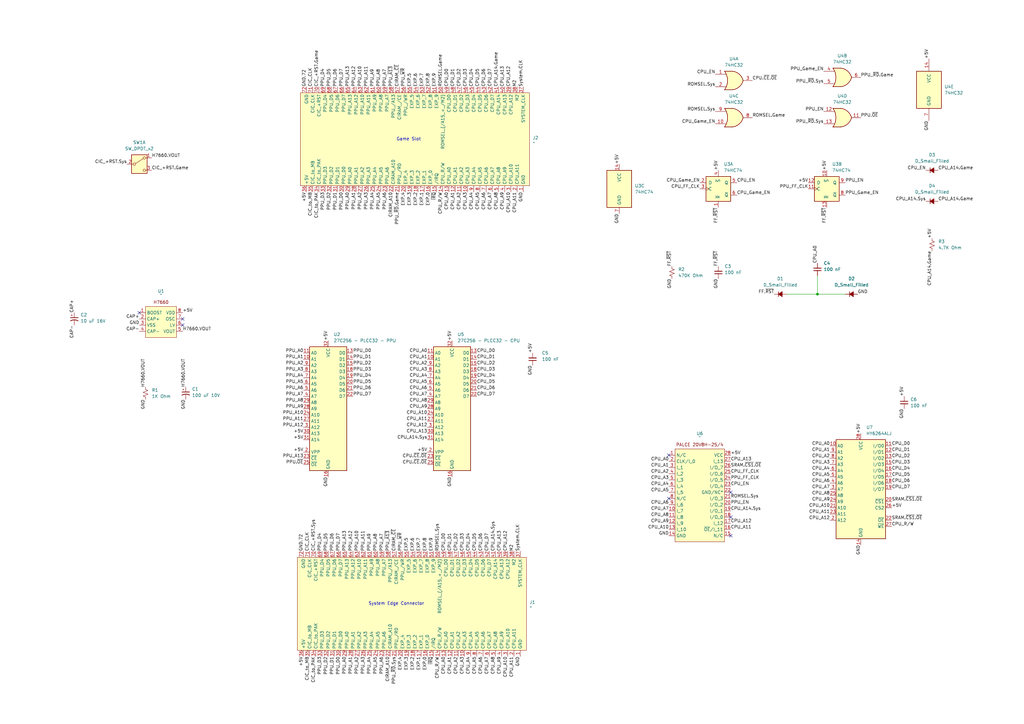
<source format=kicad_sch>
(kicad_sch (version 20231120) (generator "eeschema") (generator_version "8.0")
  (paper "A3")
  (lib_symbols
    (symbol "!NES3:27C256"
      (property "Reference" "U3" (at 2.1941 30.48 0))
      (property "Value" "27C256" (at 2.1941 27.94 0))
      (symbol "27C256_1_1"
        (rectangle (start -7.62 25.4) (end 7.62 -25.4) (stroke (width 0.254)) (fill (type background)))
        (pin input line (at -10.16 20.32 0) (length 2.54) (name "A1") (number "10"))
        (pin input line (at -10.16 22.86 0) (length 2.54) (name "A0") (number "11"))
        (pin tri_state line (at 10.16 22.86 180) (length 2.54) (name "D0") (number "13"))
        (pin tri_state line (at 10.16 20.32 180) (length 2.54) (name "D1") (number "14"))
        (pin tri_state line (at 10.16 17.78 180) (length 2.54) (name "D2") (number "15"))
        (pin power_in line (at 0 -27.94 90) (length 2.54) (name "GND") (number "16"))
        (pin tri_state line (at 10.16 15.24 180) (length 2.54) (name "D3") (number "18"))
        (pin tri_state line (at 10.16 12.7 180) (length 2.54) (name "D4") (number "19"))
        (pin input line (at -10.16 -17.78 0) (length 2.54) (name "VPP") (number "2"))
        (pin tri_state line (at 10.16 10.16 180) (length 2.54) (name "D5") (number "20"))
        (pin tri_state line (at 10.16 7.62 180) (length 2.54) (name "D6") (number "21"))
        (pin tri_state line (at 10.16 5.08 180) (length 2.54) (name "D7") (number "22"))
        (pin input line (at -10.16 -20.32 0) (length 2.54) (name "~{CE}") (number "23"))
        (pin input line (at -10.16 -2.54 0) (length 2.54) (name "A10") (number "24"))
        (pin input line (at -10.16 -22.86 0) (length 2.54) (name "~{OE}") (number "25"))
        (pin input line (at -10.16 -5.08 0) (length 2.54) (name "A11") (number "27"))
        (pin input line (at -10.16 0 0) (length 2.54) (name "A9") (number "28"))
        (pin input line (at -10.16 2.54 0) (length 2.54) (name "A8") (number "29"))
        (pin input line (at -10.16 -7.62 0) (length 2.54) (name "A12") (number "3"))
        (pin input line (at -10.16 -10.16 0) (length 2.54) (name "A13") (number "30"))
        (pin input line (at -10.16 -12.7 0) (length 2.54) (name "A14") (number "31"))
        (pin power_in line (at 0 27.94 270) (length 2.54) (name "VCC") (number "32"))
        (pin input line (at -10.16 5.08 0) (length 2.54) (name "A7") (number "4"))
        (pin input line (at -10.16 7.62 0) (length 2.54) (name "A6") (number "5"))
        (pin input line (at -10.16 10.16 0) (length 2.54) (name "A5") (number "6"))
        (pin input line (at -10.16 12.7 0) (length 2.54) (name "A4") (number "7"))
        (pin input line (at -10.16 15.24 0) (length 2.54) (name "A3") (number "8"))
        (pin input line (at -10.16 17.78 0) (length 2.54) (name "A2") (number "9"))
      )
    )
    (symbol "!NES3:H7660"
      (property "Reference" "U" (at 8.636 7.112 0))
      (symbol "H7660_0_0"
        (pin input line (at 0 0 0) (length 2.54) (name "BOOST") (number "1"))
        (pin output line (at 0 -2.54 0) (length 2.54) (name "CAP+") (number "2"))
        (pin power_in line (at 0 -5.08 0) (length 2.54) (name "VSS") (number "3"))
        (pin output line (at 0 -7.62 0) (length 2.54) (name "CAP-") (number "4"))
        (pin output line (at 17.78 -7.62 180) (length 2.54) (name "VOUT") (number "5"))
        (pin input line (at 17.78 -5.08 180) (length 2.54) (name "LV") (number "6"))
        (pin bidirectional line (at 17.78 -2.54 180) (length 2.54) (name "OSC") (number "7"))
        (pin power_in line (at 17.78 0 180) (length 2.54) (name "VDD") (number "8"))
      )
      (symbol "H7660_1_1"
        (rectangle (start 2.54 2.54) (end 15.24 -10.16) (fill (type background)))
        (text "H7660" (at 8.89 4.318 0) (effects (font (size 1.27 1.27))))
      )
    )
    (symbol "!NES3:PALCE_20V8H"
      (property "Reference" "U" (at 12.7 6.858 0))
      (symbol "PALCE_20V8H_0_0"
        (pin passive line (at 0 0 0) (length 2.54) (name "N/C") (number "1"))
        (pin input line (at 0 -22.86 0) (length 2.54) (name "I_7") (number "10"))
        (pin input line (at 0 -25.4 0) (length 2.54) (name "I_8") (number "11"))
        (pin input line (at 0 -27.94 0) (length 2.54) (name "I_9") (number "12"))
        (pin input line (at 0 -30.48 0) (length 2.54) (name "I_10") (number "13"))
        (pin power_in line (at 0 -33.02 0) (length 2.54) (name "GND") (number "14"))
        (pin passive line (at 25.4 -33.02 180) (length 2.54) (name "N/C") (number "15"))
        (pin input line (at 25.4 -30.48 180) (length 2.54) (name "~{OE}/I_11") (number "16"))
        (pin input line (at 25.4 -27.94 180) (length 2.54) (name "I_12") (number "17"))
        (pin bidirectional line (at 25.4 -25.4 180) (length 2.54) (name "I/O_0") (number "18"))
        (pin bidirectional line (at 25.4 -22.86 180) (length 2.54) (name "I/O_1") (number "19"))
        (pin input line (at 0 -2.54 0) (length 2.54) (name "CLK/I_0") (number "2"))
        (pin bidirectional line (at 25.4 -20.32 180) (length 2.54) (name "I/O_2") (number "20"))
        (pin bidirectional line (at 25.4 -17.78 180) (length 2.54) (name "I/O_3") (number "21"))
        (pin passive line (at 25.4 -15.24 180) (length 2.54) (name "GND/NC*") (number "22"))
        (pin bidirectional line (at 25.4 -12.7 180) (length 2.54) (name "I/O_4") (number "23"))
        (pin bidirectional line (at 25.4 -10.16 180) (length 2.54) (name "I/O_5") (number "24"))
        (pin bidirectional line (at 25.4 -7.62 180) (length 2.54) (name "I/O_6") (number "25"))
        (pin bidirectional line (at 25.4 -5.08 180) (length 2.54) (name "I/O_7") (number "26"))
        (pin input line (at 25.4 -2.54 180) (length 2.54) (name "I_13") (number "27"))
        (pin power_in line (at 25.4 0 180) (length 2.54) (name "VCC") (number "28"))
        (pin input line (at 0 -5.08 0) (length 2.54) (name "I_1") (number "3"))
        (pin input line (at 0 -7.62 0) (length 2.54) (name "I_2") (number "4"))
        (pin input line (at 0 -10.16 0) (length 2.54) (name "I_3") (number "5"))
        (pin input line (at 0 -12.7 0) (length 2.54) (name "I_4") (number "6"))
        (pin input line (at 0 -15.24 0) (length 2.54) (name "I_5") (number "7"))
        (pin passive line (at 0 -17.78 0) (length 2.54) (name "N/C") (number "8"))
        (pin output line (at 0 -20.32 0) (length 2.54) (name "I_6") (number "9"))
      )
      (symbol "PALCE_20V8H_1_1"
        (rectangle (start 2.54 2.54) (end 22.86 -35.56) (fill (type background)))
        (text "PALCE 20V8H-25/4" (at 12.7 4.318 0) (effects (font (size 1.27 1.27))))
      )
    )
    (symbol "74xx:74HC74" (pin_names (offset 1.016))
      (property "Reference" "U" (at -7.62 8.89 0))
      (property "Value" "74HC74" (at -7.62 -8.89 0))
      (symbol "74HC74_1_0"
        (pin input line (at 0 -7.62 90) (length 2.54) (name "~{R}") (number "1"))
        (pin input line (at -7.62 2.54 0) (length 2.54) (name "D") (number "2"))
        (pin input clock (at -7.62 0 0) (length 2.54) (name "C") (number "3"))
        (pin input line (at 0 7.62 270) (length 2.54) (name "~{S}") (number "4"))
        (pin output line (at 7.62 2.54 180) (length 2.54) (name "Q") (number "5"))
        (pin output line (at 7.62 -2.54 180) (length 2.54) (name "~{Q}") (number "6"))
      )
      (symbol "74HC74_1_1"
        (rectangle (start -5.08 5.08) (end 5.08 -5.08) (stroke (width 0.254)) (fill (type background)))
      )
      (symbol "74HC74_2_0"
        (pin input line (at 0 7.62 270) (length 2.54) (name "~{S}") (number "10"))
        (pin input clock (at -7.62 0 0) (length 2.54) (name "C") (number "11"))
        (pin input line (at -7.62 2.54 0) (length 2.54) (name "D") (number "12"))
        (pin input line (at 0 -7.62 90) (length 2.54) (name "~{R}") (number "13"))
        (pin output line (at 7.62 -2.54 180) (length 2.54) (name "~{Q}") (number "8"))
        (pin output line (at 7.62 2.54 180) (length 2.54) (name "Q") (number "9"))
      )
      (symbol "74HC74_2_1"
        (rectangle (start -5.08 5.08) (end 5.08 -5.08) (stroke (width 0.254)) (fill (type background)))
      )
      (symbol "74HC74_3_0"
        (pin power_in line (at 0 10.16 270) (length 2.54) (name "VCC") (number "14"))
        (pin power_in line (at 0 -10.16 90) (length 2.54) (name "GND") (number "7"))
      )
      (symbol "74HC74_3_1"
        (rectangle (start -5.08 7.62) (end 5.08 -7.62) (stroke (width 0.254)) (fill (type background)))
      )
    )
    (symbol "74xx:74LS32" (pin_names (offset 1.016))
      (property "Reference" "U" (at 0 1.27 0))
      (property "Value" "74LS32" (at 0 -1.27 0))
      (symbol "74LS32_1_1"
        (arc (start -3.81 -3.81) (mid -2.589 0) (end -3.81 3.81) (stroke (width 0.254)))
        (arc (start -0.6096 -3.81) (mid 2.1842 -2.5851) (end 3.81 0) (stroke (width 0.254)) (fill (type background)))
        (polyline (pts (xy -3.81 -3.81) (xy -0.635 -3.81)) (stroke (width 0.254)) (fill (type background)))
        (polyline (pts (xy -3.81 3.81) (xy -0.635 3.81)) (stroke (width 0.254)) (fill (type background)))
        (polyline (pts (xy -0.635 3.81) (xy -3.81 3.81) (xy -3.81 3.81) (xy -3.556 3.4036) (xy -3.0226 2.2606) (xy -2.6924 1.0414) (xy -2.6162 -0.254) (xy -2.7686 -1.4986) (xy -3.175 -2.7178) (xy -3.81 -3.81) (xy -3.81 -3.81) (xy -0.635 -3.81)) (stroke (width -25.4)) (fill (type background)))
        (arc (start 3.81 0) (mid 2.1915 2.5936) (end -0.6096 3.81) (stroke (width 0.254)) (fill (type background)))
        (pin input line (at -7.62 2.54 0) (length 4.318) (name "~") (number "1"))
        (pin input line (at -7.62 -2.54 0) (length 4.318) (name "~") (number "2"))
        (pin output line (at 7.62 0 180) (length 3.81) (name "~") (number "3"))
      )
      (symbol "74LS32_1_2"
        (arc (start 0 -3.81) (mid 3.7934 0) (end 0 3.81) (stroke (width 0.254)) (fill (type background)))
        (polyline (pts (xy 0 3.81) (xy -3.81 3.81) (xy -3.81 -3.81) (xy 0 -3.81)) (stroke (width 0.254)) (fill (type background)))
        (pin input inverted (at -7.62 2.54 0) (length 3.81) (name "~") (number "1"))
        (pin input inverted (at -7.62 -2.54 0) (length 3.81) (name "~") (number "2"))
        (pin output inverted (at 7.62 0 180) (length 3.81) (name "~") (number "3"))
      )
      (symbol "74LS32_2_1"
        (arc (start -3.81 -3.81) (mid -2.589 0) (end -3.81 3.81) (stroke (width 0.254)))
        (arc (start -0.6096 -3.81) (mid 2.1842 -2.5851) (end 3.81 0) (stroke (width 0.254)) (fill (type background)))
        (polyline (pts (xy -3.81 -3.81) (xy -0.635 -3.81)) (stroke (width 0.254)) (fill (type background)))
        (polyline (pts (xy -3.81 3.81) (xy -0.635 3.81)) (stroke (width 0.254)) (fill (type background)))
        (polyline (pts (xy -0.635 3.81) (xy -3.81 3.81) (xy -3.81 3.81) (xy -3.556 3.4036) (xy -3.0226 2.2606) (xy -2.6924 1.0414) (xy -2.6162 -0.254) (xy -2.7686 -1.4986) (xy -3.175 -2.7178) (xy -3.81 -3.81) (xy -3.81 -3.81) (xy -0.635 -3.81)) (stroke (width -25.4)) (fill (type background)))
        (arc (start 3.81 0) (mid 2.1915 2.5936) (end -0.6096 3.81) (stroke (width 0.254)) (fill (type background)))
        (pin input line (at -7.62 2.54 0) (length 4.318) (name "~") (number "4"))
        (pin input line (at -7.62 -2.54 0) (length 4.318) (name "~") (number "5"))
        (pin output line (at 7.62 0 180) (length 3.81) (name "~") (number "6"))
      )
      (symbol "74LS32_2_2"
        (arc (start 0 -3.81) (mid 3.7934 0) (end 0 3.81) (stroke (width 0.254)) (fill (type background)))
        (polyline (pts (xy 0 3.81) (xy -3.81 3.81) (xy -3.81 -3.81) (xy 0 -3.81)) (stroke (width 0.254)) (fill (type background)))
        (pin input inverted (at -7.62 2.54 0) (length 3.81) (name "~") (number "4"))
        (pin input inverted (at -7.62 -2.54 0) (length 3.81) (name "~") (number "5"))
        (pin output inverted (at 7.62 0 180) (length 3.81) (name "~") (number "6"))
      )
      (symbol "74LS32_3_1"
        (arc (start -3.81 -3.81) (mid -2.589 0) (end -3.81 3.81) (stroke (width 0.254)))
        (arc (start -0.6096 -3.81) (mid 2.1842 -2.5851) (end 3.81 0) (stroke (width 0.254)) (fill (type background)))
        (polyline (pts (xy -3.81 -3.81) (xy -0.635 -3.81)) (stroke (width 0.254)) (fill (type background)))
        (polyline (pts (xy -3.81 3.81) (xy -0.635 3.81)) (stroke (width 0.254)) (fill (type background)))
        (polyline (pts (xy -0.635 3.81) (xy -3.81 3.81) (xy -3.81 3.81) (xy -3.556 3.4036) (xy -3.0226 2.2606) (xy -2.6924 1.0414) (xy -2.6162 -0.254) (xy -2.7686 -1.4986) (xy -3.175 -2.7178) (xy -3.81 -3.81) (xy -3.81 -3.81) (xy -0.635 -3.81)) (stroke (width -25.4)) (fill (type background)))
        (arc (start 3.81 0) (mid 2.1915 2.5936) (end -0.6096 3.81) (stroke (width 0.254)) (fill (type background)))
        (pin input line (at -7.62 -2.54 0) (length 4.318) (name "~") (number "10"))
        (pin output line (at 7.62 0 180) (length 3.81) (name "~") (number "8"))
        (pin input line (at -7.62 2.54 0) (length 4.318) (name "~") (number "9"))
      )
      (symbol "74LS32_3_2"
        (arc (start 0 -3.81) (mid 3.7934 0) (end 0 3.81) (stroke (width 0.254)) (fill (type background)))
        (polyline (pts (xy 0 3.81) (xy -3.81 3.81) (xy -3.81 -3.81) (xy 0 -3.81)) (stroke (width 0.254)) (fill (type background)))
        (pin input inverted (at -7.62 -2.54 0) (length 3.81) (name "~") (number "10"))
        (pin output inverted (at 7.62 0 180) (length 3.81) (name "~") (number "8"))
        (pin input inverted (at -7.62 2.54 0) (length 3.81) (name "~") (number "9"))
      )
      (symbol "74LS32_4_1"
        (arc (start -3.81 -3.81) (mid -2.589 0) (end -3.81 3.81) (stroke (width 0.254)))
        (arc (start -0.6096 -3.81) (mid 2.1842 -2.5851) (end 3.81 0) (stroke (width 0.254)) (fill (type background)))
        (polyline (pts (xy -3.81 -3.81) (xy -0.635 -3.81)) (stroke (width 0.254)) (fill (type background)))
        (polyline (pts (xy -3.81 3.81) (xy -0.635 3.81)) (stroke (width 0.254)) (fill (type background)))
        (polyline (pts (xy -0.635 3.81) (xy -3.81 3.81) (xy -3.81 3.81) (xy -3.556 3.4036) (xy -3.0226 2.2606) (xy -2.6924 1.0414) (xy -2.6162 -0.254) (xy -2.7686 -1.4986) (xy -3.175 -2.7178) (xy -3.81 -3.81) (xy -3.81 -3.81) (xy -0.635 -3.81)) (stroke (width -25.4)) (fill (type background)))
        (arc (start 3.81 0) (mid 2.1915 2.5936) (end -0.6096 3.81) (stroke (width 0.254)) (fill (type background)))
        (pin output line (at 7.62 0 180) (length 3.81) (name "~") (number "11"))
        (pin input line (at -7.62 2.54 0) (length 4.318) (name "~") (number "12"))
        (pin input line (at -7.62 -2.54 0) (length 4.318) (name "~") (number "13"))
      )
      (symbol "74LS32_4_2"
        (arc (start 0 -3.81) (mid 3.7934 0) (end 0 3.81) (stroke (width 0.254)) (fill (type background)))
        (polyline (pts (xy 0 3.81) (xy -3.81 3.81) (xy -3.81 -3.81) (xy 0 -3.81)) (stroke (width 0.254)) (fill (type background)))
        (pin output inverted (at 7.62 0 180) (length 3.81) (name "~") (number "11"))
        (pin input inverted (at -7.62 2.54 0) (length 3.81) (name "~") (number "12"))
        (pin input inverted (at -7.62 -2.54 0) (length 3.81) (name "~") (number "13"))
      )
      (symbol "74LS32_5_0"
        (pin power_in line (at 0 12.7 270) (length 5.08) (name "VCC") (number "14"))
        (pin power_in line (at 0 -12.7 90) (length 5.08) (name "GND") (number "7"))
      )
      (symbol "74LS32_5_1"
        (rectangle (start -5.08 7.62) (end 5.08 -7.62) (stroke (width 0.254)) (fill (type background)))
      )
    )
    (symbol "Chiller:NES_Cartridge_Connector"
      (property "Reference" "J" (at 0 0 0))
      (symbol "NES_Cartridge_Connector_1_1"
        (rectangle (start -19.05 45.72) (end 19.05 -48.26) (fill (type background)))
        (pin power_in line (at -21.59 -45.72 0) (length 2.54) (name "GND") (number "1"))
        (pin input line (at -21.59 -22.86 0) (length 2.54) (name "CPU_A3") (number "10"))
        (pin input line (at -21.59 -20.32 0) (length 2.54) (name "CPU_A2") (number "11"))
        (pin input line (at -21.59 -17.78 0) (length 2.54) (name "CPU_A1") (number "12"))
        (pin input line (at -21.59 -15.24 0) (length 2.54) (name "CPU_A0") (number "13"))
        (pin input line (at -21.59 -12.7 0) (length 2.54) (name "CPU_R/W") (number "14"))
        (pin output line (at -21.59 -10.16 0) (length 2.54) (name "/IRQ") (number "15"))
        (pin bidirectional line (at -21.59 -7.62 0) (length 2.54) (name "EXP_0") (number "16"))
        (pin bidirectional line (at -21.59 -5.08 0) (length 2.54) (name "EXP_1") (number "17"))
        (pin bidirectional line (at -21.59 -2.54 0) (length 2.54) (name "EXP_2") (number "18"))
        (pin bidirectional line (at -21.59 0 0) (length 2.54) (name "EXP_3") (number "19"))
        (pin input line (at -21.59 -43.18 0) (length 2.54) (name "CPU_A11") (number "2"))
        (pin bidirectional line (at -21.59 2.54 0) (length 2.54) (name "EXP_4") (number "20"))
        (pin input line (at -21.59 5.08 0) (length 2.54) (name "PPU_/RD") (number "21"))
        (pin output line (at -21.59 7.62 0) (length 2.54) (name "CIRAM_A10") (number "22"))
        (pin input line (at -21.59 10.16 0) (length 2.54) (name "PPU_A6") (number "23"))
        (pin input line (at -21.59 12.7 0) (length 2.54) (name "PPU_A5") (number "24"))
        (pin input line (at -21.59 15.24 0) (length 2.54) (name "PPU_A4") (number "25"))
        (pin input line (at -21.59 17.78 0) (length 2.54) (name "PPU_A3") (number "26"))
        (pin input line (at -21.59 20.32 0) (length 2.54) (name "PPU_A2") (number "27"))
        (pin input line (at -21.59 22.86 0) (length 2.54) (name "PPU_A1") (number "28"))
        (pin input line (at -21.59 25.4 0) (length 2.54) (name "PPU_A0") (number "29"))
        (pin input line (at -21.59 -40.64 0) (length 2.54) (name "CPU_A10") (number "3"))
        (pin bidirectional line (at -21.59 27.94 0) (length 2.54) (name "PPU_D0") (number "30"))
        (pin bidirectional line (at -21.59 30.48 0) (length 2.54) (name "PPU_D1") (number "31"))
        (pin bidirectional line (at -21.59 33.02 0) (length 2.54) (name "PPU_D2") (number "32"))
        (pin bidirectional line (at -21.59 35.56 0) (length 2.54) (name "PPU_D3") (number "33"))
        (pin input line (at -21.59 38.1 0) (length 2.54) (name "CIC_to_PAK") (number "34"))
        (pin output line (at -21.59 40.64 0) (length 2.54) (name "CIC_to_MB") (number "35"))
        (pin power_in line (at -21.59 43.18 0) (length 2.54) (name "+5V") (number "36"))
        (pin input line (at 21.59 -45.72 180) (length 2.54) (name "SYSTEM_CLK") (number "37"))
        (pin input line (at 21.59 -43.18 180) (length 2.54) (name "M2") (number "38"))
        (pin input line (at 21.59 -40.64 180) (length 2.54) (name "CPU_A12") (number "39"))
        (pin input line (at -21.59 -38.1 0) (length 2.54) (name "CPU_A9") (number "4"))
        (pin input line (at 21.59 -38.1 180) (length 2.54) (name "CPU_A13") (number "40"))
        (pin input line (at 21.59 -35.56 180) (length 2.54) (name "CPU_A14") (number "41"))
        (pin bidirectional line (at 21.59 -33.02 180) (length 2.54) (name "CPU_D7") (number "42"))
        (pin bidirectional line (at 21.59 -30.48 180) (length 2.54) (name "CPU_D6") (number "43"))
        (pin bidirectional line (at 21.59 -27.94 180) (length 2.54) (name "CPU_D5") (number "44"))
        (pin bidirectional line (at 21.59 -25.4 180) (length 2.54) (name "CPU_D4") (number "45"))
        (pin bidirectional line (at 21.59 -22.86 180) (length 2.54) (name "CPU_D3") (number "46"))
        (pin bidirectional line (at 21.59 -20.32 180) (length 2.54) (name "CPU_D2") (number "47"))
        (pin bidirectional line (at 21.59 -17.78 180) (length 2.54) (name "CPU_D1") (number "48"))
        (pin bidirectional line (at 21.59 -15.24 180) (length 2.54) (name "CPU_D0") (number "49"))
        (pin input line (at -21.59 -35.56 0) (length 2.54) (name "CPU_A8") (number "5"))
        (pin input line (at 21.59 -12.7 180) (length 2.54) (name "ROMSEL_(/A15_+_/M2)") (number "50"))
        (pin bidirectional line (at 21.59 -10.16 180) (length 2.54) (name "EXP_9") (number "51"))
        (pin bidirectional line (at 21.59 -7.62 180) (length 2.54) (name "EXP_8") (number "52"))
        (pin bidirectional line (at 21.59 -5.08 180) (length 2.54) (name "EXP_7") (number "53"))
        (pin bidirectional line (at 21.59 -2.54 180) (length 2.54) (name "EXP_6") (number "54"))
        (pin bidirectional line (at 21.59 0 180) (length 2.54) (name "EXP_5") (number "55"))
        (pin input line (at 21.59 2.54 180) (length 2.54) (name "PPU_/WR") (number "56"))
        (pin output line (at 21.59 5.08 180) (length 2.54) (name "CIRAM_/CE") (number "57"))
        (pin input line (at 21.59 7.62 180) (length 2.54) (name "PPU_/A13") (number "58"))
        (pin input line (at 21.59 10.16 180) (length 2.54) (name "PPU_A7") (number "59"))
        (pin input line (at -21.59 -33.02 0) (length 2.54) (name "CPU_A7") (number "6"))
        (pin input line (at 21.59 12.7 180) (length 2.54) (name "PPU_A8") (number "60"))
        (pin input line (at 21.59 15.24 180) (length 2.54) (name "PPU_A9") (number "61"))
        (pin input line (at 21.59 17.78 180) (length 2.54) (name "PPU_A11") (number "62"))
        (pin input line (at 21.59 20.32 180) (length 2.54) (name "PPU_A10") (number "63"))
        (pin input line (at 21.59 22.86 180) (length 2.54) (name "PPU_A12") (number "64"))
        (pin input line (at 21.59 25.4 180) (length 2.54) (name "PPU_A13") (number "65"))
        (pin bidirectional line (at 21.59 27.94 180) (length 2.54) (name "PPU_D7") (number "66"))
        (pin bidirectional line (at 21.59 30.48 180) (length 2.54) (name "PPU_D6") (number "67"))
        (pin bidirectional line (at 21.59 33.02 180) (length 2.54) (name "PPU_D5") (number "68"))
        (pin bidirectional line (at 21.59 35.56 180) (length 2.54) (name "PPU_D4") (number "69"))
        (pin input line (at -21.59 -30.48 0) (length 2.54) (name "CPU_A6") (number "7"))
        (pin input line (at 21.59 38.1 180) (length 2.54) (name "CIC_+RST") (number "70"))
        (pin input line (at 21.59 40.64 180) (length 2.54) (name "CIC_CLK") (number "71"))
        (pin power_in line (at 21.59 43.18 180) (length 2.54) (name "GND") (number "72"))
        (pin input line (at -21.59 -27.94 0) (length 2.54) (name "CPU_A5") (number "8"))
        (pin input line (at -21.59 -25.4 0) (length 2.54) (name "CPU_A4") (number "9"))
      )
    )
    (symbol "Device:C_Polarized_Small_US" (pin_numbers hide) (pin_names (offset 0.254) hide)
      (property "Reference" "C" (at 0.254 1.778 0))
      (property "Value" "C_Polarized_Small_US" (at 0.254 -2.032 0))
      (symbol "C_Polarized_Small_US_0_1"
        (polyline (pts (xy -1.524 0.508) (xy 1.524 0.508)) (stroke (width 0.3048)))
        (polyline (pts (xy -1.27 1.524) (xy -0.762 1.524)))
        (polyline (pts (xy -1.016 1.27) (xy -1.016 1.778)))
        (arc (start 1.524 -0.762) (mid 0 -0.3734) (end -1.524 -0.762) (stroke (width 0.3048)))
      )
      (symbol "C_Polarized_Small_US_1_1"
        (pin passive line (at 0 2.54 270) (length 2.032) (name "~") (number "1"))
        (pin passive line (at 0 -2.54 90) (length 2.032) (name "~") (number "2"))
      )
    )
    (symbol "Device:C_Small" (pin_numbers hide) (pin_names (offset 0.254) hide)
      (property "Reference" "C" (at 0.254 1.778 0))
      (property "Value" "C_Small" (at 0.254 -2.032 0))
      (symbol "C_Small_0_1"
        (polyline (pts (xy -1.524 -0.508) (xy 1.524 -0.508)) (stroke (width 0.3302)))
        (polyline (pts (xy -1.524 0.508) (xy 1.524 0.508)) (stroke (width 0.3048)))
      )
      (symbol "C_Small_1_1"
        (pin passive line (at 0 2.54 270) (length 2.032) (name "~") (number "1"))
        (pin passive line (at 0 -2.54 90) (length 2.032) (name "~") (number "2"))
      )
    )
    (symbol "Device:D_Small_Filled" (pin_numbers hide) (pin_names (offset 0.254) hide)
      (property "Reference" "D" (at -1.27 2.032 0))
      (property "Value" "D_Small_Filled" (at -3.81 -2.032 0))
      (symbol "D_Small_Filled_0_1"
        (polyline (pts (xy -0.762 -1.016) (xy -0.762 1.016)) (stroke (width 0.254)))
        (polyline (pts (xy -0.762 0) (xy 0.762 0)))
        (polyline (pts (xy 0.762 -1.016) (xy -0.762 0) (xy 0.762 1.016) (xy 0.762 -1.016)) (stroke (width 0.254)) (fill (type outline)))
      )
      (symbol "D_Small_Filled_1_1"
        (pin passive line (at -2.54 0 0) (length 1.778) (name "K") (number "1"))
        (pin passive line (at 2.54 0 180) (length 1.778) (name "A") (number "2"))
      )
    )
    (symbol "Device:R_Small_US" (pin_numbers hide) (pin_names (offset 0.254) hide)
      (property "Reference" "R" (at 0.762 0.508 0))
      (property "Value" "R_Small_US" (at 0.762 -1.016 0))
      (symbol "R_Small_US_1_1"
        (polyline (pts (xy 0 0) (xy 1.016 -0.381) (xy 0 -0.762) (xy -1.016 -1.143) (xy 0 -1.524)))
        (polyline (pts (xy 0 1.524) (xy 1.016 1.143) (xy 0 0.762) (xy -1.016 0.381) (xy 0 0)))
        (pin passive line (at 0 2.54 270) (length 1.016) (name "~") (number "1"))
        (pin passive line (at 0 -2.54 90) (length 1.016) (name "~") (number "2"))
      )
    )
    (symbol "Memory_RAM:HY6264AxJ"
      (property "Reference" "U" (at -10.16 20.955 0))
      (property "Value" "HY6264AxJ" (at 2.54 20.955 0))
      (symbol "HY6264AxJ_0_0"
        (pin power_in line (at 0 -22.86 90) (length 2.54) (name "GND") (number "14"))
        (pin power_in line (at 0 22.86 270) (length 2.54) (name "VCC") (number "28"))
      )
      (symbol "HY6264AxJ_0_1"
        (rectangle (start -10.16 20.32) (end 10.16 -20.32) (stroke (width 0.254)) (fill (type background)))
      )
      (symbol "HY6264AxJ_1_1"
        (pin no_connect line (at 0 0 0) (length 2.54) hide (name "NC") (number "1"))
        (pin input line (at -12.7 17.78 0) (length 2.54) (name "A0") (number "10"))
        (pin tri_state line (at 12.7 17.78 180) (length 2.54) (name "I/O0") (number "11"))
        (pin tri_state line (at 12.7 15.24 180) (length 2.54) (name "I/O1") (number "12"))
        (pin tri_state line (at 12.7 12.7 180) (length 2.54) (name "I/O2") (number "13"))
        (pin tri_state line (at 12.7 10.16 180) (length 2.54) (name "I/O3") (number "15"))
        (pin tri_state line (at 12.7 7.62 180) (length 2.54) (name "I/O4") (number "16"))
        (pin tri_state line (at 12.7 5.08 180) (length 2.54) (name "I/O5") (number "17"))
        (pin tri_state line (at 12.7 2.54 180) (length 2.54) (name "I/O6") (number "18"))
        (pin tri_state line (at 12.7 0 180) (length 2.54) (name "I/O7") (number "19"))
        (pin input line (at -12.7 -12.7 0) (length 2.54) (name "A12") (number "2"))
        (pin input line (at 12.7 -5.08 180) (length 2.54) (name "~{CS1}") (number "20"))
        (pin input line (at -12.7 -7.62 0) (length 2.54) (name "A10") (number "21"))
        (pin input line (at 12.7 -12.7 180) (length 2.54) (name "~{OE}") (number "22"))
        (pin input line (at -12.7 -10.16 0) (length 2.54) (name "A11") (number "23"))
        (pin input line (at -12.7 -5.08 0) (length 2.54) (name "A9") (number "24"))
        (pin input line (at -12.7 -2.54 0) (length 2.54) (name "A8") (number "25"))
        (pin input line (at 12.7 -7.62 180) (length 2.54) (name "CS2") (number "26"))
        (pin input line (at 12.7 -15.24 180) (length 2.54) (name "~{WE}") (number "27"))
        (pin input line (at -12.7 0 0) (length 2.54) (name "A7") (number "3"))
        (pin input line (at -12.7 2.54 0) (length 2.54) (name "A6") (number "4"))
        (pin input line (at -12.7 5.08 0) (length 2.54) (name "A5") (number "5"))
        (pin input line (at -12.7 7.62 0) (length 2.54) (name "A4") (number "6"))
        (pin input line (at -12.7 10.16 0) (length 2.54) (name "A3") (number "7"))
        (pin input line (at -12.7 12.7 0) (length 2.54) (name "A2") (number "8"))
        (pin input line (at -12.7 15.24 0) (length 2.54) (name "A1") (number "9"))
      )
    )
    (symbol "Switch:SW_DPDT_x2" (pin_names (offset 0) hide)
      (property "Reference" "SW" (at 0 5.08 0))
      (property "Value" "SW_DPDT_x2" (at 0 -5.08 0))
      (symbol "SW_DPDT_x2_0_0"
        (circle (center -2.032 0) (radius 0.508))
        (circle (center 2.032 -2.54) (radius 0.508))
      )
      (symbol "SW_DPDT_x2_0_1"
        (rectangle (start -3.175 3.81) (end 3.175 -3.81) (stroke (width 0.254)) (fill (type background)))
        (polyline (pts (xy -1.524 0.254) (xy 1.5748 2.286)))
        (circle (center 2.032 2.54) (radius 0.508))
      )
      (symbol "SW_DPDT_x2_1_1"
        (pin passive line (at 5.08 2.54 180) (length 2.54) (name "A") (number "1"))
        (pin passive line (at -5.08 0 0) (length 2.54) (name "B") (number "2"))
        (pin passive line (at 5.08 -2.54 180) (length 2.54) (name "C") (number "3"))
      )
      (symbol "SW_DPDT_x2_2_1"
        (pin passive line (at 5.08 2.54 180) (length 2.54) (name "A") (number "4"))
        (pin passive line (at -5.08 0 0) (length 2.54) (name "B") (number "5"))
        (pin passive line (at 5.08 -2.54 180) (length 2.54) (name "C") (number "6"))
      )
    )
  )
  (junction (at 335.28 120.65))
  (no_connect (at 57.15 128.27))
  (no_connect (at 74.93 133.35))
  (no_connect (at 299.72 201.93))
  (no_connect (at 299.72 212.09))
  (no_connect (at 74.93 130.81))
  (no_connect (at 299.72 219.71))
  (no_connect (at 274.32 186.69))
  (no_connect (at 274.32 204.47))
  (wire (pts (xy 335.28 120.65) (xy 322.58 120.65)))
  (wire (pts (xy 346.71 120.65) (xy 335.28 120.65)))
  (wire (pts (xy 335.28 113.03) (xy 335.28 120.65)))
  (text "System Edge Connector" (at 162.56 247.65 0) (effects (font (size 1.27 1.27))))
  (text "Game Slot" (at 167.64 57.15 0) (effects (font (size 1.27 1.27))))
  (label "PPU_A4" (at 152.4 269.24 270))
  (label "GND" (at 76.2 163.83 270))
  (label "+5V" (at 331.47 74.93 180))
  (label "PPU_~{RD}.Game" (at 163.83 78.74 270))
  (label "CPU_A8" (at 175.26 165.1 180))
  (label "GND.72" (at 124.46 226.06 90))
  (label "CPU.~{CE}.~{OE}" (at 175.26 187.96 180))
  (label "CPU_A2" (at 274.32 194.31 180))
  (label "PPU_FF_CLK" (at 299.72 196.85 0))
  (label "EXP.3" (at 167.64 269.24 270))
  (label "PPU_D5" (at 134.62 226.06 90))
  (label "PPU_EN" (at 346.71 74.93 0))
  (label "FF.~{RST}" (at 294.64 85.09 270))
  (label "CPU_D4" (at 193.04 226.06 90))
  (label "PPU_A13" (at 142.24 226.06 90))
  (label "PPU_A5" (at 154.94 269.24 270))
  (label "CPU_A10" (at 208.28 269.24 270))
  (label "CPU_R{slash}W" (at 180.34 269.24 270))
  (label "+5V" (at 299.72 186.69 0))
  (label "PPU_D0" (at 140.97 78.74 270))
  (label "PPU_D6" (at 144.78 160.02 0))
  (label "FF.~{RST}" (at 275.59 109.22 90))
  (label "PPU_~{A13}" (at 161.29 35.56 90))
  (label "+5V" (at 218.44 144.78 90))
  (label "SRAM.~{CS1}.~{OE}" (at 365.76 213.36 0))
  (label "EXP.8" (at 176.53 35.56 90))
  (label "GND" (at 134.62 195.58 270))
  (label "CPU_A14.Game" (at 382.27 102.87 270))
  (label "GND" (at 218.44 149.86 270))
  (label "CPU_A2" (at 175.26 149.86 180))
  (label "CPU_A4" (at 193.04 269.24 270))
  (label "CPU_R{slash}W" (at 365.76 215.9 0))
  (label "PPU_D6" (at 137.16 226.06 90))
  (label "PPU_A5" (at 156.21 78.74 270))
  (label "PPU.~{OE}" (at 124.46 190.5 180))
  (label "H7660.VOUT" (at 62.23 64.77 0))
  (label "CPU_A6" (at 199.39 78.74 270))
  (label "+5V" (at 294.64 69.85 90))
  (label "PPU_A7" (at 158.75 35.56 90))
  (label "CPU_A5" (at 195.58 269.24 270))
  (label "CPU_D6" (at 198.12 226.06 90))
  (label "CPU_A1" (at 274.32 191.77 180))
  (label "+5V" (at 124.46 177.8 180))
  (label "GND" (at 353.06 223.52 270))
  (label "PPU_Game_EN" (at 346.71 80.01 0))
  (label "CIC_CLK" (at 128.27 35.56 90))
  (label "PPU_A0" (at 143.51 78.74 270))
  (label "CPU.~{CE}.~{OE}" (at 308.61 33.02 0))
  (label "CPU_Game_EN" (at 302.26 80.01 0))
  (label "CPU_A10" (at 209.55 78.74 270))
  (label "CPU_A13" (at 207.01 35.56 90))
  (label "CPU_A14.Sys" (at 299.72 209.55 0))
  (label "GND" (at 381 49.53 270))
  (label "CPU_A14.Sys" (at 175.26 180.34 180))
  (label "~{IRQ}" (at 179.07 78.74 270))
  (label "PPU_A11" (at 149.86 226.06 90))
  (label "PPU_D4" (at 144.78 154.94 0))
  (label "CPU_A10" (at 274.32 217.17 180))
  (label "CPU_D3" (at 365.76 190.5 0))
  (label "CPU_A10" (at 340.36 208.28 180))
  (label "EXP.0" (at 176.53 78.74 270))
  (label "CPU_A3" (at 175.26 152.4 180))
  (label "PPU_A7" (at 124.46 162.56 180))
  (label "CIC_to_MB" (at 127 269.24 270))
  (label "PPU_~{WR}" (at 165.1 226.06 90))
  (label "EXP.0" (at 175.26 269.24 270))
  (label "ROMSEL.Sys" (at 180.34 226.06 90))
  (label "CPU_A12" (at 208.28 226.06 90))
  (label "+5V" (at 381 24.13 90))
  (label "CPU_D4" (at 365.76 193.04 0))
  (label "+5V" (at 134.62 139.7 90))
  (label "+5V" (at 382.27 97.79 90))
  (label "CPU_A12" (at 175.26 175.26 180))
  (label "CPU_D7" (at 365.76 200.66 0))
  (label "CIRAM_~{CE}" (at 163.83 35.56 90))
  (label "EXP.7" (at 172.72 226.06 90))
  (label "CPU_A13" (at 205.74 226.06 90))
  (label "GND.72" (at 125.73 35.56 90))
  (label "CPU_A7" (at 175.26 162.56 180))
  (label "CPU_A5" (at 196.85 78.74 270))
  (label "PPU_D7" (at 139.7 226.06 90))
  (label "GND" (at 274.32 219.71 180))
  (label "PPU_D2" (at 134.62 269.24 270))
  (label "CPU_A7" (at 274.32 209.55 180))
  (label "CPU_D5" (at 195.58 157.48 0))
  (label "CPU_A3" (at 274.32 196.85 180))
  (label "EXP.2" (at 170.18 269.24 270))
  (label "ROMSEL.Sys" (at 299.72 204.47 0))
  (label "CPU_A6" (at 274.32 207.01 180))
  (label "+5V" (at 353.06 177.8 90))
  (label "EXP.1" (at 172.72 269.24 270))
  (label "EXP.1" (at 173.99 78.74 270))
  (label "PPU_A9" (at 124.46 167.64 180))
  (label "SRAM.~{CS1}.~{OE}" (at 299.72 191.77 0))
  (label "PPU_D0" (at 139.7 269.24 270))
  (label "EXP.6" (at 170.18 226.06 90))
  (label "FF.~{RST}" (at 339.09 85.09 270))
  (label "CPU_A6" (at 175.26 160.02 180))
  (label "CPU_D1" (at 186.69 35.56 90))
  (label "CPU_A8" (at 340.36 203.2 180))
  (label "PPU_EN" (at 337.82 45.72 180))
  (label "CPU_A8" (at 274.32 212.09 180))
  (label "CPU_EN" (at 299.72 199.39 0))
  (label "CAP+" (at 57.15 130.81 180))
  (label "GND" (at 351.79 120.65 0))
  (label "PPU_A10" (at 124.46 170.18 180))
  (label "PPU_D3" (at 144.78 152.4 0))
  (label "PPU_A7" (at 157.48 226.06 90))
  (label "FF.~{RST}" (at 294.64 109.22 90))
  (label "PPU_A1" (at 144.78 269.24 270))
  (label "CIC_to_PAK" (at 130.81 78.74 270))
  (label "PPU_A8" (at 154.94 226.06 90))
  (label "CPU_A6" (at 340.36 198.12 180))
  (label "PPU_A8" (at 156.21 35.56 90))
  (label "CAP-" (at 30.48 133.35 270))
  (label "H7660.VOUT" (at 74.93 135.89 0))
  (label "EXP.4" (at 165.1 269.24 270))
  (label "PPU_D0" (at 144.78 144.78 0))
  (label "CPU_D5" (at 196.85 35.56 90))
  (label "+5V" (at 124.46 269.24 270))
  (label "CIRAM_A10" (at 161.29 78.74 270))
  (label "PPU_A5" (at 124.46 157.48 180))
  (label "PPU_D1" (at 138.43 78.74 270))
  (label "CPU_A7" (at 200.66 269.24 270))
  (label "PPU_A4" (at 153.67 78.74 270))
  (label "EXP.6" (at 171.45 35.56 90))
  (label "PPU_A0" (at 124.46 144.78 180))
  (label "CPU_R{slash}W" (at 181.61 78.74 270))
  (label "EXP.3" (at 168.91 78.74 270))
  (label "CPU_A9" (at 340.36 205.74 180))
  (label "CPU_A9" (at 175.26 167.64 180))
  (label "CPU_EN" (at 302.26 74.93 0))
  (label "CPU_A12" (at 299.72 214.63 0))
  (label "PPU_D6" (at 138.43 35.56 90))
  (label "CPU_D2" (at 365.76 187.96 0))
  (label "CPU_D0" (at 184.15 35.56 90))
  (label "CIRAM_~{CE}" (at 162.56 226.06 90))
  (label "GND" (at 254 87.63 270))
  (label "CPU_Game_EN" (at 287.02 74.93 180))
  (label "CPU_D0" (at 365.76 182.88 0))
  (label "CPU_D7" (at 195.58 162.56 0))
  (label "PPU_A3" (at 149.86 269.24 270))
  (label "GND" (at 294.64 114.3 270))
  (label "CPU_A3" (at 190.5 269.24 270))
  (label "PPU_D3" (at 133.35 78.74 270))
  (label "CPU_A9" (at 274.32 214.63 180))
  (label "CPU_A1" (at 340.36 185.42 180))
  (label "CPU_A12" (at 340.36 213.36 180))
  (label "CPU_A9" (at 205.74 269.24 270))
  (label "CPU_A0" (at 274.32 189.23 180))
  (label "CPU_A4" (at 194.31 78.74 270))
  (label "PPU_Game_EN" (at 337.82 29.21 180))
  (label "CPU_A11" (at 210.82 269.24 270))
  (label "CPU_A5" (at 175.26 157.48 180))
  (label "CPU_A2" (at 189.23 78.74 270))
  (label "CPU_A11" (at 340.36 210.82 180))
  (label "EXP.8" (at 175.26 226.06 90))
  (label "CPU_A13" (at 175.26 177.8 180))
  (label "PPU_A3" (at 151.13 78.74 270))
  (label "PPU_A2" (at 124.46 149.86 180))
  (label "CPU_A1" (at 185.42 269.24 270))
  (label "SRAM.~{CS1}.~{OE}" (at 365.76 205.74 0))
  (label "CPU_D3" (at 190.5 226.06 90))
  (label "CPU_D2" (at 195.58 149.86 0))
  (label "CPU_EN" (at 293.37 30.48 180))
  (label "+5V" (at 254 67.31 90))
  (label "PPU_A13" (at 124.46 187.96 180))
  (label "CPU_D1" (at 365.76 185.42 0))
  (label "PPU_A10" (at 148.59 35.56 90))
  (label "ROMSEL.Sys" (at 293.37 45.72 180))
  (label "PPU_~{A13}" (at 160.02 226.06 90))
  (label "PPU_A11" (at 151.13 35.56 90))
  (label "H7660.VOUT" (at 76.2 158.75 90))
  (label "M2" (at 212.09 35.56 90))
  (label "CPU_Game_EN" (at 293.37 50.8 180))
  (label "CPU_A8" (at 203.2 269.24 270))
  (label "CPU_D3" (at 195.58 152.4 0))
  (label "PPU_D3" (at 132.08 269.24 270))
  (label "CPU_A11" (at 212.09 78.74 270))
  (label "PPU_A12" (at 144.78 226.06 90))
  (label "H7660.VOUT" (at 59.69 158.75 90))
  (label "EXP.4" (at 166.37 78.74 270))
  (label "PPU_D5" (at 135.89 35.56 90))
  (label "CPU_A14.Game" (at 204.47 35.56 90))
  (label "CIRAM_A10" (at 160.02 269.24 270))
  (label "CPU_A0" (at 175.26 144.78 180))
  (label "CPU.~{CE}.~{OE}" (at 175.26 190.5 180))
  (label "EXP.9" (at 177.8 226.06 90))
  (label "PPU_A9" (at 153.67 35.56 90))
  (label "PPU_EN" (at 299.72 207.01 0))
  (label "PPU_A11" (at 124.46 172.72 180))
  (label "PPU_D1" (at 137.16 269.24 270))
  (label "PPU.~{OE}" (at 353.06 48.26 0))
  (label "CPU_A8" (at 204.47 78.74 270))
  (label "CPU_D2" (at 189.23 35.56 90))
  (label "GND" (at 370.84 167.64 270))
  (label "PPU_D7" (at 140.97 35.56 90))
  (label "CPU_A6" (at 198.12 269.24 270))
  (label "CPU_A2" (at 187.96 269.24 270))
  (label "+5V" (at 175.26 185.42 180))
  (label "+5V" (at 370.84 162.56 90))
  (label "PPU_A3" (at 124.46 152.4 180))
  (label "CPU_A5" (at 274.32 201.93 180))
  (label "CPU_A14.Sys" (at 379.73 82.55 180))
  (label "PPU_A1" (at 124.46 147.32 180))
  (label "PPU_A6" (at 158.75 78.74 270))
  (label "CIC_CLK" (at 127 226.06 90))
  (label "+5V" (at 74.93 128.27 0))
  (label "PPU_A6" (at 157.48 269.24 270))
  (label "CPU_A4" (at 175.26 154.94 180))
  (label "ROMSEL.Game" (at 181.61 35.56 90))
  (label "EXP.7" (at 173.99 35.56 90))
  (label "CPU_A7" (at 201.93 78.74 270))
  (label "CIC_to_MB" (at 128.27 78.74 270))
  (label "PPU_A8" (at 124.46 165.1 180))
  (label "PPU_A13" (at 143.51 35.56 90))
  (label "PPU_A10" (at 147.32 226.06 90))
  (label "CPU_A4" (at 274.32 199.39 180))
  (label "PPU_D2" (at 144.78 149.86 0))
  (label "PPU_A12" (at 124.46 175.26 180))
  (label "CPU_A14.Game" (at 384.81 82.55 0))
  (label "PPU_D4" (at 133.35 35.56 90))
  (label "CPU_D4" (at 194.31 35.56 90))
  (label "System.CLK" (at 213.36 226.06 90))
  (label "+5V" (at 124.46 180.34 180))
  (label "CPU_D6" (at 199.39 35.56 90))
  (label "CPU_FF_CLK" (at 287.02 77.47 180))
  (label "CPU_D1" (at 185.42 226.06 90))
  (label "CPU_A11" (at 175.26 172.72 180))
  (label "CIC_+RST.Sys" (at 129.54 226.06 90))
  (label "M2" (at 210.82 226.06 90))
  (label "PPU_D1" (at 144.78 147.32 0))
  (label "CIC_+RST.Game" (at 62.23 69.85 0))
  (label "PPU_A12" (at 146.05 35.56 90))
  (label "PPU_D7" (at 144.78 162.56 0))
  (label "CPU_D3" (at 191.77 35.56 90))
  (label "CIC_to_PAK" (at 129.54 269.24 270))
  (label "ROMSEL.Game" (at 308.61 48.26 0))
  (label "FF.~{RST}" (at 317.5 120.65 180))
  (label "PPU_A6" (at 124.46 160.02 180))
  (label "EXP.9" (at 179.07 35.56 90))
  (label "GND" (at 213.36 269.24 270))
  (label "PPU_~{RD}.Sys" (at 337.82 34.29 180))
  (label "CAP-" (at 57.15 135.89 180))
  (label "GND" (at 275.59 114.3 270))
  (label "EXP.2" (at 171.45 78.74 270))
  (label "System.CLK" (at 214.63 35.56 90))
  (label "PPU_A1" (at 146.05 78.74 270))
  (label "+5V" (at 125.73 78.74 270))
  (label "CPU_D6" (at 195.58 160.02 0))
  (label "+5V" (at 365.76 208.28 0))
  (label "CIC_+RST.Game" (at 130.81 35.56 90))
  (label "CPU_D5" (at 195.58 226.06 90))
  (label "GND" (at 185.42 195.58 270))
  (label "CPU_A12" (at 209.55 35.56 90))
  (label "CPU_D4" (at 195.58 154.94 0))
  (label "CPU_A14.Sys" (at 203.2 226.06 90))
  (label "CPU_A13" (at 299.72 189.23 0))
  (label "CPU_D5" (at 365.76 195.58 0))
  (label "CPU_A0" (at 340.36 182.88 180))
  (label "PPU_A9" (at 152.4 226.06 90))
  (label "CPU_FF_CLK" (at 299.72 194.31 0))
  (label "GND" (at 57.15 133.35 180))
  (label "CPU_EN" (at 379.73 69.85 180))
  (label "PPU_D5" (at 144.78 157.48 0))
  (label "CPU_A2" (at 340.36 187.96 180))
  (label "CPU_A5" (at 340.36 195.58 180))
  (label "PPU_A0" (at 142.24 269.24 270))
  (label "GND" (at 59.69 163.83 270))
  (label "~{IRQ}" (at 177.8 269.24 270))
  (label "GND" (at 214.63 78.74 270))
  (label "EXP.5" (at 167.64 226.06 90))
  (label "CPU_A4" (at 340.36 193.04 180))
  (label "PPU_~{RD}.Sys" (at 162.56 269.24 270))
  (label "CPU_D0" (at 182.88 226.06 90))
  (label "CPU_D1" (at 195.58 147.32 0))
  (label "PPU_FF_CLK" (at 331.47 77.47 180))
  (label "CPU_A14.Game" (at 384.81 69.85 0))
  (label "+5V" (at 339.09 69.85 90))
  (label "PPU_A2" (at 147.32 269.24 270))
  (label "+5V" (at 124.46 185.42 180))
  (label "CPU_D6" (at 365.76 198.12 0))
  (label "ROMSEL.Sys" (at 293.37 35.56 180))
  (label "EXP.5" (at 168.91 35.56 90))
  (label "CIC_+RST.Sys" (at 52.07 67.31 180))
  (label "PPU_~{RD}.Sys" (at 337.82 50.8 180))
  (label "CPU_D7" (at 200.66 226.06 90))
  (label "PPU_D4" (at 132.08 226.06 90))
  (label "CPU_A0" (at 335.28 107.95 90))
  (label "+5V" (at 185.42 139.7 90))
  (label "CAP+" (at 30.48 128.27 90))
  (label "CPU_A3" (at 340.36 190.5 180))
  (label "CPU_A1" (at 175.26 147.32 180))
  (label "CPU_A0" (at 184.15 78.74 270))
  (label "CPU_A3" (at 191.77 78.74 270))
  (label "CPU_D7" (at 201.93 35.56 90))
  (label "CPU_D2" (at 187.96 226.06 90))
  (label "CPU_A10" (at 175.26 170.18 180))
  (label "PPU_A4" (at 124.46 154.94 180))
  (label "PPU_~{WR}" (at 166.37 35.56 90))
  (label "PPU_~{RD}.Game" (at 353.06 31.75 0))
  (label "CPU_D0" (at 195.58 144.78 0))
  (label "CPU_A7" (at 340.36 200.66 180))
  (label "CPU_A11" (at 299.72 217.17 0))
  (label "CPU_A1" (at 186.69 78.74 270))
  (label "CPU_A0" (at 182.88 269.24 270))
  (label "CPU_A9" (at 207.01 78.74 270))
  (label "PPU_D2" (at 135.89 78.74 270))
  (label "PPU_A2" (at 148.59 78.74 270))
  (symbol (lib_id "74xx:74LS32") (at 300.99 33.02 0) (unit 1)
    (property "Reference" "U4" (at 300.99 24.13 0))
    (property "Value" "74HC32" (at 300.99 26.67 0))
    (property "Footprint" "!NES:SOP-14" (effects (hide yes)))
    (property "Datasheet" "http://www.ti.com/lit/gpn/sn74LS32" (effects (hide yes)))
    (property "Description" "Quad 2-input OR" (effects (hide yes)))
  )
  (symbol (lib_id "Device:D_Small_Filled") (at 349.25 120.65 0) (unit 1)
    (property "Reference" "D2" (at 349.25 114.3 0))
    (property "Value" "D_Small_Filled" (at 349.25 116.84 0))
    (property "Footprint" "!NES:SMD Passive" (effects (hide yes)))
    (property "Description" "Diode, small symbol, filled shape" (effects (hide yes)))
    (property "Sim.Device" "D" (effects (hide yes)))
    (property "Sim.Pins" "1=K 2=A" (effects (hide yes)))
  )
  (symbol (lib_id "74xx:74LS32") (at 345.44 31.75 0) (unit 2)
    (property "Reference" "U4" (at 345.44 22.86 0))
    (property "Value" "74HC32" (at 345.44 25.4 0))
    (property "Footprint" "!NES:SOP-14" (effects (hide yes)))
    (property "Datasheet" "http://www.ti.com/lit/gpn/sn74LS32" (effects (hide yes)))
    (property "Description" "Quad 2-input OR" (effects (hide yes)))
  )
  (symbol (lib_id "Device:D_Small_Filled") (at 320.04 120.65 0) (unit 1)
    (property "Reference" "D1" (at 320.04 114.3 0))
    (property "Value" "D_Small_Filled" (at 320.04 116.84 0))
    (property "Footprint" "!NES:SMD Passive" (effects (hide yes)))
    (property "Description" "Diode, small symbol, filled shape" (effects (hide yes)))
    (property "Sim.Device" "D" (effects (hide yes)))
    (property "Sim.Pins" "1=K 2=A" (effects (hide yes)))
  )
  (symbol (lib_id "74xx:74LS32") (at 300.99 48.26 0) (unit 3)
    (property "Reference" "U4" (at 300.99 39.37 0))
    (property "Value" "74HC32" (at 300.99 41.91 0))
    (property "Footprint" "!NES:SOP-14" (effects (hide yes)))
    (property "Datasheet" "http://www.ti.com/lit/gpn/sn74LS32" (effects (hide yes)))
    (property "Description" "Quad 2-input OR" (effects (hide yes)))
  )
  (symbol (lib_id "Memory_RAM:HY6264AxJ") (at 353.06 200.66 0) (unit 1)
    (property "Reference" "U7" (at 355.2541 175.26 0) (effects (justify left)))
    (property "Value" "HY6264ALJ" (at 355.2541 177.8 0) (effects (justify left)))
    (property "Footprint" "!NES:SRAM" (effects (hide yes)))
    (property "Datasheet" "https://www.farnell.com/datasheets/2159.pdf" (effects (hide yes)))
    (property "Description" "Not in Production, 8Kx8 bit Static RAM, 70/85/100/120/150ns, DIP-28" (effects (hide yes)))
  )
  (symbol (lib_id "74xx:74HC74") (at 339.09 77.47 0) (unit 2)
    (property "Reference" "U3" (at 341.2841 67.31 0) (effects (justify left)))
    (property "Value" "74HC74" (at 341.2841 69.85 0) (effects (justify left)))
    (property "Footprint" "!NES:SOP-14" (effects (hide yes)))
    (property "Datasheet" "74xx/74hc_hct74.pdf" (effects (hide yes)))
    (property "Description" "Dual D Flip-flop, Set & Reset" (effects (hide yes)))
  )
  (symbol (lib_id "Device:C_Small") (at 218.44 147.32 0) (mirror x) (unit 1)
    (property "Reference" "C5" (at 222.25 144.78 0) (effects (justify left)))
    (property "Value" "100 nF" (at 222.25 147.32 0) (effects (justify left)))
    (property "Footprint" "!NES:SMD Passive" (effects (hide yes)))
    (property "Description" "Unpolarized capacitor, small symbol" (effects (hide yes)))
  )
  (symbol (lib_id "Device:R_Small_US") (at 275.59 111.76 0) (unit 1)
    (property "Reference" "R2" (at 278.13 110.4899 0) (effects (justify left)))
    (property "Value" "470K Ohm" (at 278.13 113.0299 0) (effects (justify left)))
    (property "Footprint" "!NES:SMD Passive" (effects (hide yes)))
    (property "Description" "Resistor, small US symbol" (effects (hide yes)))
  )
  (symbol (lib_id "Device:C_Small") (at 370.84 165.1 0) (unit 1)
    (property "Reference" "C6" (at 373.38 163.8362 0) (effects (justify left)))
    (property "Value" "100 nF" (at 373.38 166.3762 0) (effects (justify left)))
    (property "Footprint" "!NES:SMD Passive" (effects (hide yes)))
    (property "Description" "Unpolarized capacitor, small symbol" (effects (hide yes)))
  )
  (symbol (lib_id "Device:D_Small_Filled") (at 382.27 69.85 0) (unit 1)
    (property "Reference" "D3" (at 382.27 63.5 0))
    (property "Value" "D_Small_Filled" (at 382.27 66.04 0))
    (property "Footprint" "!NES:SMD Passive" (effects (hide yes)))
    (property "Description" "Diode, small symbol, filled shape" (effects (hide yes)))
    (property "Sim.Device" "D" (effects (hide yes)))
    (property "Sim.Pins" "1=K 2=A" (effects (hide yes)))
  )
  (symbol (lib_id "!NES3:27C256") (at 134.62 167.64 0) (unit 1)
    (property "Reference" "U2" (at 136.8141 137.16 0) (effects (justify left)))
    (property "Value" "27C256 - PLCC32 - PPU" (at 136.8141 139.7 0) (effects (justify left)))
    (property "Footprint" "!NES:27C256" (effects (hide yes)))
    (property "Datasheet" "http://ww1.microchip.com/downloads/en/DeviceDoc/doc0014.pdf" (effects (hide yes)))
    (property "Description" "OTP EPROM 256 KiBit" (effects (hide yes)))
  )
  (symbol (lib_id "Device:C_Small") (at 335.28 110.49 0) (mirror x) (unit 1)
    (property "Reference" "C4" (at 337.82 107.95 0) (effects (justify left)))
    (property "Value" "100 nF" (at 337.82 110.49 0) (effects (justify left)))
    (property "Footprint" "!NES:SMD Passive" (effects (hide yes)))
    (property "Description" "Unpolarized capacitor, small symbol" (effects (hide yes)))
  )
  (symbol (lib_id "Switch:SW_DPDT_x2") (at 57.15 67.31 0) (unit 1)
    (property "Reference" "SW1" (at 57.15 58.42 0))
    (property "Value" "SW_DPDT_x2" (at 57.15 60.96 0))
    (property "Footprint" "!NES:Switch" (effects (hide yes)))
    (property "Description" "Switch, dual pole double throw, separate symbols" (effects (hide yes)))
  )
  (symbol (lib_id "!NES3:PALCE_20V8H") (at 274.32 186.69 0) (unit 1)
    (property "Reference" "U6" (at 287.02 177.8 0))
    (property "Value" "~" (at 287.02 179.07 0))
    (property "Footprint" "!NES:PLCC-28" (effects (hide yes)))
  )
  (symbol (lib_id "Device:D_Small_Filled") (at 382.27 82.55 0) (unit 1)
    (property "Reference" "D4" (at 382.27 76.2 0))
    (property "Value" "D_Small_Filled" (at 382.27 78.74 0))
    (property "Footprint" "!NES:SMD Passive" (effects (hide yes)))
    (property "Description" "Diode, small symbol, filled shape" (effects (hide yes)))
    (property "Sim.Device" "D" (effects (hide yes)))
    (property "Sim.Pins" "1=K 2=A" (effects (hide yes)))
  )
  (symbol (lib_id "Device:R_Small_US") (at 59.69 161.29 0) (unit 1)
    (property "Reference" "R1" (at 62.23 160.0199 0) (effects (justify left)))
    (property "Value" "1K Ohm" (at 62.23 162.5599 0) (effects (justify left)))
    (property "Footprint" "!NES:SMD Passive" (effects (hide yes)))
    (property "Description" "Resistor, small US symbol" (effects (hide yes)))
  )
  (symbol (lib_id "74xx:74LS32") (at 345.44 48.26 0) (unit 4)
    (property "Reference" "U4" (at 345.44 39.37 0))
    (property "Value" "74HC32" (at 345.44 41.91 0))
    (property "Footprint" "!NES:SOP-14" (effects (hide yes)))
    (property "Datasheet" "http://www.ti.com/lit/gpn/sn74LS32" (effects (hide yes)))
    (property "Description" "Quad 2-input OR" (effects (hide yes)))
  )
  (symbol (lib_id "!NES3:27C256") (at 185.42 167.64 0) (unit 1)
    (property "Reference" "U5" (at 187.6141 137.16 0) (effects (justify left)))
    (property "Value" "27C256 - PLCC32 - CPU" (at 187.6141 139.7 0) (effects (justify left)))
    (property "Footprint" "!NES:27C256" (effects (hide yes)))
    (property "Datasheet" "http://ww1.microchip.com/downloads/en/DeviceDoc/doc0014.pdf" (effects (hide yes)))
    (property "Description" "OTP EPROM 256 KiBit" (effects (hide yes)))
  )
  (symbol (lib_id "Device:C_Polarized_Small_US") (at 76.2 161.29 0) (unit 1)
    (property "Reference" "C1" (at 78.74 159.5881 0) (effects (justify left)))
    (property "Value" "100 uF 10V" (at 78.74 162.1281 0) (effects (justify left)))
    (property "Footprint" "!NES:THT Caps" (effects (hide yes)))
    (property "Description" "Polarized capacitor, small US symbol" (effects (hide yes)))
  )
  (symbol (lib_id "Device:C_Polarized_Small_US") (at 30.48 130.81 0) (unit 1)
    (property "Reference" "C2" (at 33.02 129.1081 0) (effects (justify left)))
    (property "Value" "10 uF 16V" (at 33.02 131.6481 0) (effects (justify left)))
    (property "Footprint" "!NES:THT Caps" (effects (hide yes)))
    (property "Description" "Polarized capacitor, small US symbol" (effects (hide yes)))
  )
  (symbol (lib_id "Chiller:NES_Cartridge_Connector") (at 168.91 57.15 90) (unit 1)
    (property "Reference" "J2" (at 218.44 56.5149 90) (effects (justify right)))
    (property "Value" "~" (at 218.44 58.42 90) (effects (justify right)))
    (property "Footprint" "!NES:Game Cartridge Slot" (effects (hide yes)))
  )
  (symbol (lib_id "74xx:74HC74") (at 254 77.47 0) (unit 3)
    (property "Reference" "U3" (at 260.35 76.1999 0) (effects (justify left)))
    (property "Value" "74HC74" (at 260.35 78.7399 0) (effects (justify left)))
    (property "Footprint" "!NES:SOP-14" (effects (hide yes)))
    (property "Datasheet" "74xx/74hc_hct74.pdf" (effects (hide yes)))
    (property "Description" "Dual D Flip-flop, Set & Reset" (effects (hide yes)))
  )
  (symbol (lib_id "Device:C_Small") (at 294.64 111.76 0) (mirror x) (unit 1)
    (property "Reference" "C3" (at 297.18 109.22 0) (effects (justify left)))
    (property "Value" "100 nF" (at 297.18 111.76 0) (effects (justify left)))
    (property "Footprint" "!NES:SMD Passive" (effects (hide yes)))
    (property "Description" "Unpolarized capacitor, small symbol" (effects (hide yes)))
  )
  (symbol (lib_id "!NES3:H7660") (at 57.15 128.27 0) (unit 1)
    (property "Reference" "U1" (at 66.04 119.38 0))
    (property "Value" "~" (at 66.04 120.65 0))
    (property "Footprint" "!NES:SOP-8" (effects (hide yes)))
  )
  (symbol (lib_id "Chiller:NES_Cartridge_Connector") (at 167.64 247.65 90) (unit 1)
    (property "Reference" "J1" (at 217.17 247.0149 90) (effects (justify right)))
    (property "Value" "~" (at 217.17 248.92 90) (effects (justify right)))
    (property "Footprint" "!NES:System Edge Connector" (effects (hide yes)))
  )
  (symbol (lib_id "74xx:74HC74") (at 294.64 77.47 0) (unit 1)
    (property "Reference" "U3" (at 296.8341 67.31 0) (effects (justify left)))
    (property "Value" "74HC74" (at 296.8341 69.85 0) (effects (justify left)))
    (property "Footprint" "!NES:SOP-14" (effects (hide yes)))
    (property "Datasheet" "74xx/74hc_hct74.pdf" (effects (hide yes)))
    (property "Description" "Dual D Flip-flop, Set & Reset" (effects (hide yes)))
  )
  (symbol (lib_id "Device:R_Small_US") (at 382.27 100.33 0) (unit 1)
    (property "Reference" "R3" (at 384.81 99.0599 0) (effects (justify left)))
    (property "Value" "4.7K Ohm" (at 384.81 101.5999 0) (effects (justify left)))
    (property "Footprint" "!NES:SMD Passive" (effects (hide yes)))
    (property "Description" "Resistor, small US symbol" (effects (hide yes)))
  )
  (symbol (lib_id "74xx:74LS32") (at 381 36.83 0) (unit 5)
    (property "Reference" "U4" (at 387.35 35.5599 0) (effects (justify left)))
    (property "Value" "74HC32" (at 387.35 38.0999 0) (effects (justify left)))
    (property "Footprint" "!NES:SOP-14" (effects (hide yes)))
    (property "Datasheet" "http://www.ti.com/lit/gpn/sn74LS32" (effects (hide yes)))
    (property "Description" "Quad 2-input OR" (effects (hide yes)))
  )
)
</source>
